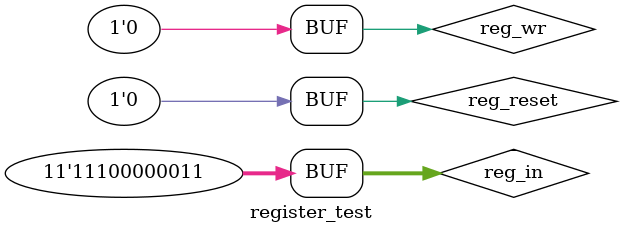
<source format=sv>
`timescale 1 ns / 10 ps

module register_test#(
        parameter DATA_WIDTH = 11
    );

    logic [DATA_WIDTH - 1:0] reg_in;
    logic reg_wr, reg_reset;
    logic clock;
    logic [DATA_WIDTH - 1:0] reg_out;

    clock_generator GCLOCK(clock);

    register acc0(
        .reg_in(reg_in), 
        .reg_wr(reg_wr), 
        .reg_reset(reg_reset), 
        .clock(clock), 
        .reg_out(reg_out)
    );

    initial
    begin 
        reg_wr=1'b0; 
        reg_reset=1'b1;
        reg_in = 11'b00000110010;
        #2	reg_reset=1'b0;
            reg_wr=1'b1;
        #2	reg_wr=1'b0;
        #2	reg_reset=1'b1;
        #2	reg_reset=1'b0;
        #2	reg_in = 11'b10110010010;
        #2	reg_wr=1'b1;
        #2	reg_wr=1'b0;
        #2	reg_in = 11'b11000010011;
        #2	reg_in = 11'b00010010000;
        #2	reg_reset=1'b1;
        #2	reg_reset=1'b0;
        #2 reg_in = 11'b11100000011;	
    end
endmodule 
</source>
